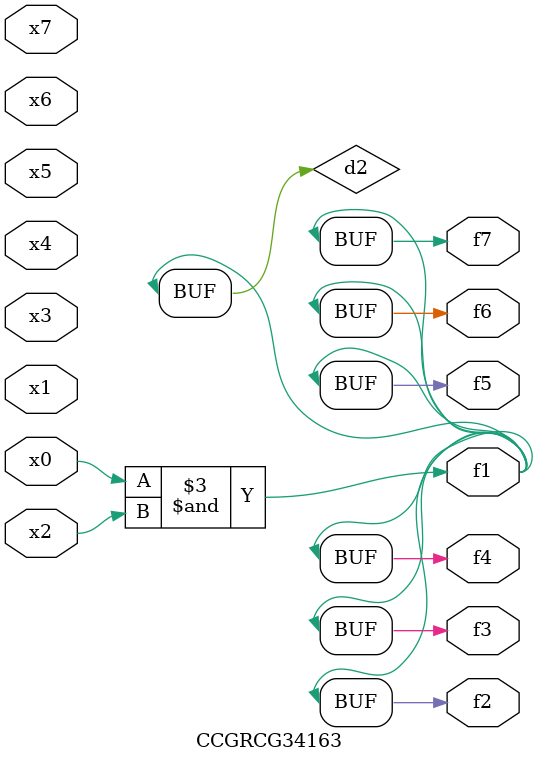
<source format=v>
module CCGRCG34163(
	input x0, x1, x2, x3, x4, x5, x6, x7,
	output f1, f2, f3, f4, f5, f6, f7
);

	wire d1, d2;

	nor (d1, x3, x6);
	and (d2, x0, x2);
	assign f1 = d2;
	assign f2 = d2;
	assign f3 = d2;
	assign f4 = d2;
	assign f5 = d2;
	assign f6 = d2;
	assign f7 = d2;
endmodule

</source>
